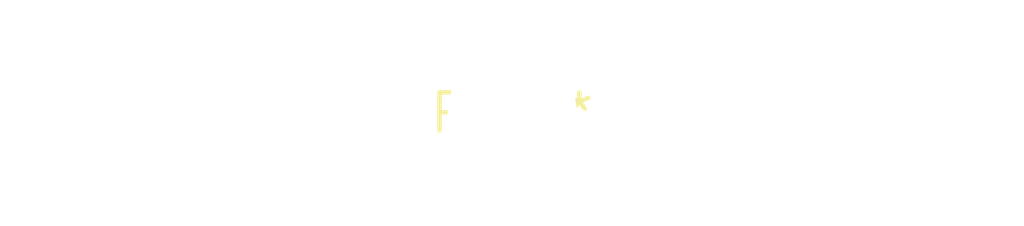
<source format=kicad_pcb>
(kicad_pcb (version 20240108) (generator pcbnew)
  (layers (0 "F.Cu" signal) (31 "B.Cu" signal) (34 "B.Paste" user) (35 "F.Paste" user) (36 "B.SilkS" user "B.Silkscreen") (37 "F.SilkS" user "F.Silkscreen") (38 "B.Mask" user) (39 "F.Mask" user) (44 "Edge.Cuts" user))
  (net 0 "")
  (footprint "MountingHole_4.3mm_M4_ISO14580" (layer "F.Cu") (at 0 0)
    (property "Reference" "REF**")
    (property "Value" "MountingHole_4.3mm_M4_ISO14580")
    (pad "" np_thru_hole circle (at 0 0) (size 4.3 4.3) (drill 4.3) (layers *.Cu *.Mask))
  )
)
</source>
